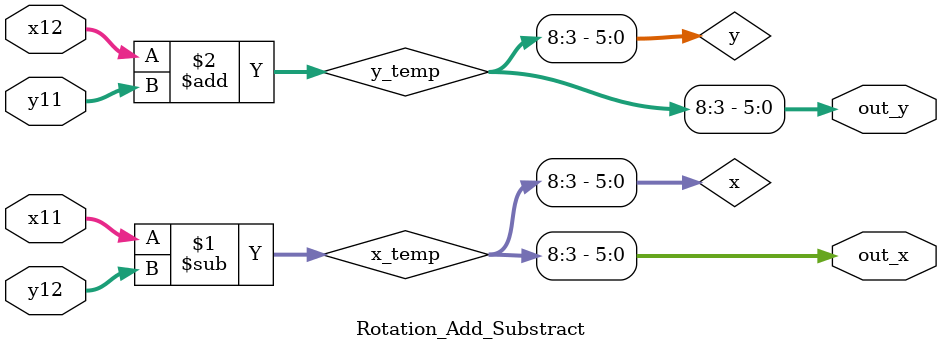
<source format=v>
module Rotation_Add_Substract(x11, x12,y11, y12, out_x, out_y);

parameter BW_XCOS = 9; // [5 bit integer. BW_XCOS-5 bit fraction] -18 to 18
parameter BW_OUT = 6; // from -18 to 18 so 8 bits is enough

// format [6 interger bits inluding a signed bit. (BW_XCOS-6) bit fractions] [-18 to 18]
input signed [BW_XCOS-1:0] x11; // cosx
input signed [BW_XCOS-1:0] x12; // sinx
input signed [BW_XCOS-1:0] y11; // cosy
input signed [BW_XCOS-1:0] y12; // siny

output signed [BW_OUT-1:0] out_x;
output signed [BW_OUT-1:0] out_y;

wire signed [BW_OUT-1:0] x;
wire signed [BW_OUT-1:0] y;

wire signed [BW_XCOS:0] x_temp; // cosx - siny
wire signed [BW_XCOS:0] y_temp; // sinx + cosy

assign x_temp = x11 - y12;
assign y_temp = x12 + y11;


assign x = x_temp[BW_XCOS:BW_XCOS-6]; 
assign y = y_temp[BW_XCOS:BW_XCOS-6]; 

assign out_x = x;
assign out_y = y;

endmodule



</source>
